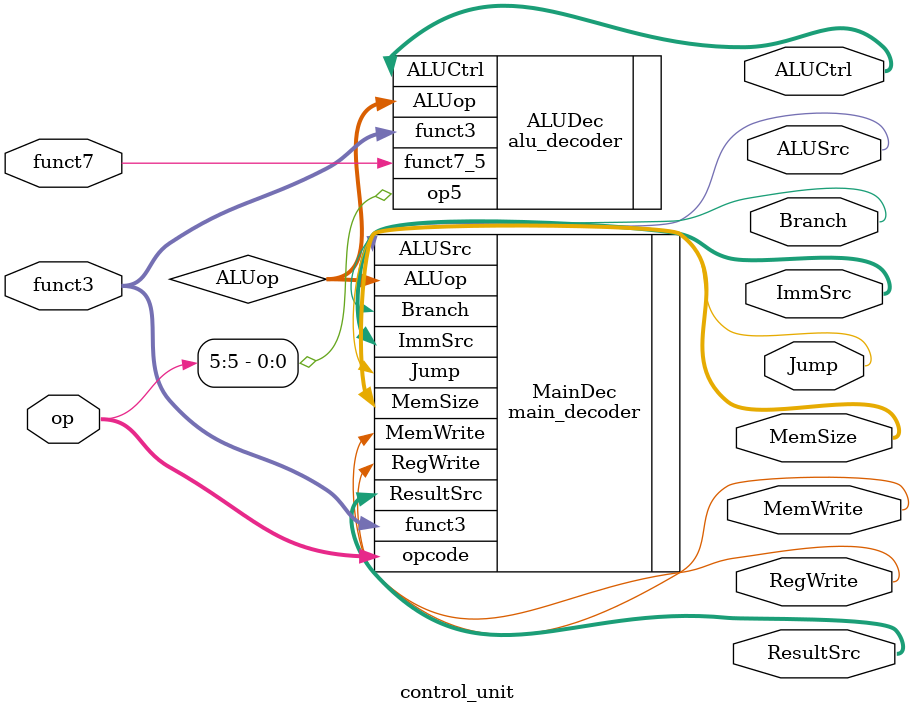
<source format=v>
`timescale 1ns / 1ps


module control_unit(op,funct3,funct7,RegWrite,ImmSrc,ALUSrc,MemWrite,ResultSrc,Branch,ALUCtrl,Jump,MemSize);

    //declaration of I/O's
    input [6:0] op;
    input [2:0] funct3;
    input funct7;
    output Branch, Jump, MemWrite, ALUSrc, RegWrite;
    output [1:0] ResultSrc, ImmSrc, MemSize;
    output [3:0] ALUCtrl;
    
    //declaration of internal wires
    wire [1:0] ALUop;
    
    //declare main decoder
    main_decoder MainDec (
                          .opcode(op), 
                          .funct3(funct3), 
                          .Branch(Branch),
                          .Jump(Jump), 
                          .ResultSrc(ResultSrc), 
                          .MemWrite(MemWrite), 
                          .ALUSrc(ALUSrc), 
                          .ImmSrc(ImmSrc), 
                          .MemSize(MemSize), 
                          .RegWrite(RegWrite), 
                          .ALUop(ALUop)
                          );
                          
    //declare ALU decoder
    alu_decoder ALUDec (
                        .ALUop(ALUop), 
                        .funct3(funct3), 
                        .funct7_5(funct7), 
                        .op5(op[5]), 
                        .ALUCtrl(ALUCtrl)
                        );
                        

endmodule

</source>
